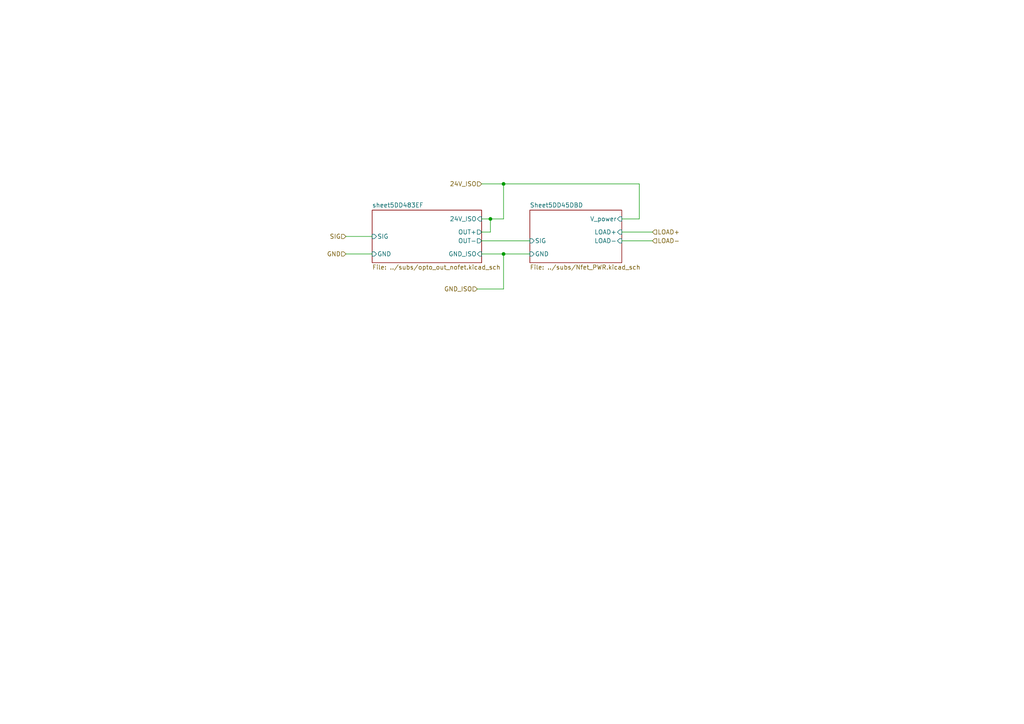
<source format=kicad_sch>
(kicad_sch (version 20211123) (generator eeschema)
  (paper "A4")
  (lib_symbols)
  (junction (at 142.24 63.5))
  (junction (at 146.05 53.34))
  (junction (at 146.05 73.66))
  (wire (pts (xy 142.24 63.5) (xy 139.7 63.5)))
  (wire (pts (xy 142.24 67.31) (xy 142.24 63.5)))
  (wire (pts (xy 139.7 67.31) (xy 142.24 67.31)))
  (wire (pts (xy 139.7 53.34) (xy 146.05 53.34)))
  (wire (pts (xy 189.23 67.31) (xy 180.34 67.31)))
  (wire (pts (xy 100.33 73.66) (xy 107.95 73.66)))
  (wire (pts (xy 139.7 69.85) (xy 153.67 69.85)))
  (wire (pts (xy 146.05 83.82) (xy 146.05 73.66)))
  (wire (pts (xy 180.34 69.85) (xy 189.23 69.85)))
  (wire (pts (xy 146.05 73.66) (xy 153.67 73.66)))
  (wire (pts (xy 146.05 53.34) (xy 185.42 53.34)))
  (wire (pts (xy 139.7 73.66) (xy 146.05 73.66)))
  (wire (pts (xy 138.43 83.82) (xy 146.05 83.82)))
  (wire (pts (xy 185.42 53.34) (xy 185.42 63.5)))
  (wire (pts (xy 185.42 63.5) (xy 180.34 63.5)))
  (wire (pts (xy 146.05 63.5) (xy 142.24 63.5)))
  (wire (pts (xy 146.05 53.34) (xy 146.05 63.5)))
  (wire (pts (xy 100.33 68.58) (xy 107.95 68.58)))
  (hierarchical_label "LOAD-" (shape input) (at 189.23 69.85 0))
  (hierarchical_label "LOAD+" (shape input) (at 189.23 67.31 0))
  (hierarchical_label "24V_ISO" (shape input) (at 139.7 53.34 180))
  (hierarchical_label "GND" (shape input) (at 100.33 73.66 180))
  (hierarchical_label "GND_ISO" (shape input) (at 138.43 83.82 180))
  (hierarchical_label "SIG" (shape input) (at 100.33 68.58 180))
  (sheet (at 153.67 60.96) (size 26.67 15.24)
    (property "Sheet name" "Sheet5DD45DBD" (at 153.67 60.2484 0) (effects (justify left bottom)))
    (property "Sheet file" "../subs/Nfet_PWR.kicad_sch" (at 153.67 76.7846 0) (effects (justify left top)))
    (pin "SIG" input (at 153.67 69.85 180))
    (pin "GND" input (at 153.67 73.66 180))
    (pin "LOAD-" input (at 180.34 69.85 0))
    (pin "LOAD+" input (at 180.34 67.31 0))
    (pin "V_power" input (at 180.34 63.5 0))
  )
  (sheet (at 107.95 60.96) (size 31.75 15.24)
    (property "Sheet name" "sheet5DD483EF" (at 107.95 60.2484 0) (effects (justify left bottom)))
    (property "Sheet file" "../subs/opto_out_nofet.kicad_sch" (at 107.95 76.7846 0) (effects (justify left top)))
    (pin "SIG" input (at 107.95 68.58 180))
    (pin "24V_ISO" input (at 139.7 63.5 0))
    (pin "OUT-" output (at 139.7 69.85 0))
    (pin "GND_ISO" input (at 139.7 73.66 0))
    (pin "GND" input (at 107.95 73.66 180))
    (pin "OUT+" output (at 139.7 67.31 0))
  )
)
</source>
